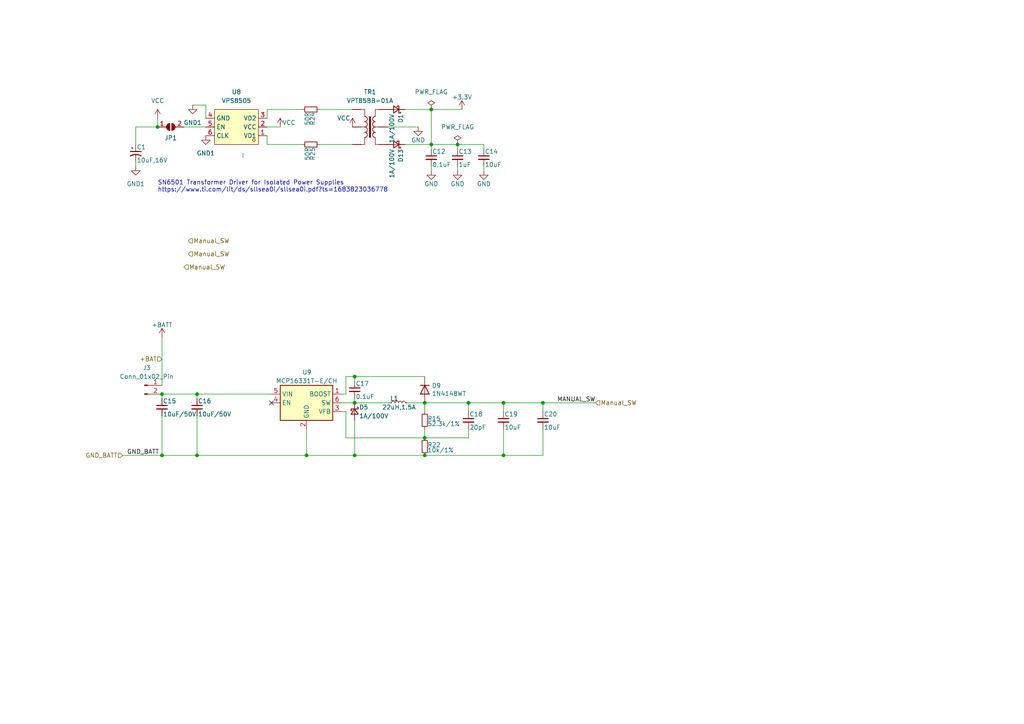
<source format=kicad_sch>
(kicad_sch (version 20231120) (generator "eeschema") (generator_version "8.0")
  (paper "A4")
  (lib_symbols
    (symbol "Connector:Conn_01x02_Pin" (pin_names (offset 1.016) hide)
      (property "Reference" "J" (at 0 2.54 0))
      (property "Value" "Conn_01x02_Pin" (at 0 -5.08 0))
      (symbol "Conn_01x02_Pin_1_1"
        (polyline (pts (xy 1.27 -2.54) (xy 0.8636 -2.54)) (stroke (width 0.1524)))
        (polyline (pts (xy 1.27 0) (xy 0.8636 0)) (stroke (width 0.1524)))
        (rectangle (start 0.8636 -2.413) (end 0 -2.667) (stroke (width 0.1524)) (fill (type outline)))
        (rectangle (start 0.8636 0.127) (end 0 -0.127) (stroke (width 0.1524)) (fill (type outline)))
        (pin passive line (at 5.08 0 180) (length 3.81) (name "Pin_1") (number "1"))
        (pin passive line (at 5.08 -2.54 180) (length 3.81) (name "Pin_2") (number "2"))
      )
    )
    (symbol "Device:C_Small" (pin_numbers hide) (pin_names (offset 0.254) hide)
      (property "Reference" "C" (at 0.254 1.778 0))
      (property "Value" "C_Small" (at 0.254 -2.032 0))
      (symbol "C_Small_0_1"
        (polyline (pts (xy -1.524 -0.508) (xy 1.524 -0.508)) (stroke (width 0.3302)))
        (polyline (pts (xy -1.524 0.508) (xy 1.524 0.508)) (stroke (width 0.3048)))
      )
      (symbol "C_Small_1_1"
        (pin passive line (at 0 2.54 270) (length 2.032) (name "~") (number "1"))
        (pin passive line (at 0 -2.54 90) (length 2.032) (name "~") (number "2"))
      )
    )
    (symbol "Device:D_Schottky_Small" (pin_numbers hide) (pin_names (offset 0.254) hide)
      (property "Reference" "D" (at -1.27 2.032 0))
      (property "Value" "Device_D_Schottky_Small" (at -7.112 -2.032 0))
      (symbol "D_Schottky_Small_0_1"
        (polyline (pts (xy -0.762 0) (xy 0.762 0)))
        (polyline (pts (xy 0.762 -1.016) (xy -0.762 0) (xy 0.762 1.016) (xy 0.762 -1.016)) (stroke (width 0.254)))
        (polyline (pts (xy -1.27 0.762) (xy -1.27 1.016) (xy -0.762 1.016) (xy -0.762 -1.016) (xy -0.254 -1.016) (xy -0.254 -0.762)) (stroke (width 0.254)))
      )
      (symbol "D_Schottky_Small_1_1"
        (pin passive line (at -2.54 0 0) (length 1.778) (name "K") (number "1"))
        (pin passive line (at 2.54 0 180) (length 1.778) (name "A") (number "2"))
      )
    )
    (symbol "Device:L_Small" (pin_numbers hide) (pin_names (offset 0.254) hide)
      (property "Reference" "L" (at 0.762 1.016 0))
      (property "Value" "Device_L_Small" (at 0.762 -1.016 0))
      (symbol "L_Small_0_1"
        (arc (start 0 -2.032) (mid 0.5058 -1.524) (end 0 -1.016))
        (arc (start 0 -1.016) (mid 0.5058 -0.508) (end 0 0))
        (arc (start 0 0) (mid 0.5058 0.508) (end 0 1.016))
        (arc (start 0 1.016) (mid 0.5058 1.524) (end 0 2.032))
      )
      (symbol "L_Small_1_1"
        (pin passive line (at 0 2.54 270) (length 0.508) (name "~") (number "1"))
        (pin passive line (at 0 -2.54 90) (length 0.508) (name "~") (number "2"))
      )
    )
    (symbol "Device:R_Small" (pin_numbers hide) (pin_names (offset 0.254) hide)
      (property "Reference" "R" (at 0.762 0.508 0))
      (property "Value" "R_Small" (at 0.762 -1.016 0))
      (symbol "R_Small_0_1"
        (rectangle (start -0.762 1.778) (end 0.762 -1.778) (stroke (width 0.2032)))
      )
      (symbol "R_Small_1_1"
        (pin passive line (at 0 2.54 270) (length 0.762) (name "~") (number "1"))
        (pin passive line (at 0 -2.54 90) (length 0.762) (name "~") (number "2"))
      )
    )
    (symbol "Diode:1N4148WT" (pin_numbers hide) (pin_names (offset 1.016) hide)
      (property "Reference" "D" (at 0 2.54 0))
      (property "Value" "Diode_1N4148WT" (at 0 -2.54 0))
      (symbol "1N4148WT_0_1"
        (polyline (pts (xy -1.27 1.27) (xy -1.27 -1.27)) (stroke (width 0.254)))
        (polyline (pts (xy 1.27 0) (xy -1.27 0)))
        (polyline (pts (xy 1.27 1.27) (xy 1.27 -1.27) (xy -1.27 0) (xy 1.27 1.27)) (stroke (width 0.254)))
      )
      (symbol "1N4148WT_1_1"
        (pin passive line (at -3.81 0 0) (length 2.54) (name "K") (number "1"))
        (pin passive line (at 3.81 0 180) (length 2.54) (name "A") (number "2"))
      )
    )
    (symbol "Jumper:SolderJumper_2_Open" (pin_names (offset 0) hide)
      (property "Reference" "JP" (at 0 2.032 0))
      (property "Value" "SolderJumper_2_Open" (at 0 -2.54 0))
      (symbol "SolderJumper_2_Open_0_1"
        (arc (start -0.254 1.016) (mid -1.2656 0) (end -0.254 -1.016))
        (arc (start -0.254 1.016) (mid -1.2656 0) (end -0.254 -1.016) (fill (type outline)))
        (polyline (pts (xy -0.254 1.016) (xy -0.254 -1.016)))
        (polyline (pts (xy 0.254 1.016) (xy 0.254 -1.016)))
        (arc (start 0.254 -1.016) (mid 1.2656 0) (end 0.254 1.016))
        (arc (start 0.254 -1.016) (mid 1.2656 0) (end 0.254 1.016) (fill (type outline)))
      )
      (symbol "SolderJumper_2_Open_1_1"
        (pin passive line (at -3.81 0 0) (length 2.54) (name "A") (number "1"))
        (pin passive line (at 3.81 0 180) (length 2.54) (name "B") (number "2"))
      )
    )
    (symbol "KXKM_ESP32_battery_management_board-rescue:CP1_Small-Device" (pin_numbers hide) (pin_names (offset 0.254) hide)
      (property "Reference" "C" (at 0.254 1.778 0))
      (property "Value" "CP1_Small-Device" (at 0.254 -2.032 0))
      (symbol "CP1_Small-Device_0_1"
        (polyline (pts (xy -1.524 0.508) (xy 1.524 0.508)) (stroke (width 0.3048)))
        (polyline (pts (xy -1.27 1.524) (xy -0.762 1.524)))
        (polyline (pts (xy -1.016 1.27) (xy -1.016 1.778)))
        (arc (start 1.524 -0.762) (mid 0 -0.3734) (end -1.524 -0.762) (stroke (width 0.3048)))
      )
      (symbol "CP1_Small-Device_1_1"
        (pin passive line (at 0 2.54 270) (length 2.032) (name "~") (number "1"))
        (pin passive line (at 0 -2.54 90) (length 2.032) (name "~") (number "2"))
      )
    )
    (symbol "Regulator_Switching:MCP16331CH"
      (property "Reference" "U" (at -7.874 6.35 0))
      (property "Value" "Regulator_Switching_MCP16331CH" (at -2.54 6.35 0))
      (symbol "MCP16331CH_0_1"
        (rectangle (start -7.62 5.08) (end 7.62 -5.08) (stroke (width 0.254)) (fill (type background)))
      )
      (symbol "MCP16331CH_1_1"
        (pin input line (at 10.16 2.54 180) (length 2.54) (name "BOOST") (number "1"))
        (pin power_in line (at 0 -7.62 90) (length 2.54) (name "GND") (number "2"))
        (pin input line (at 10.16 -2.54 180) (length 2.54) (name "VFB") (number "3"))
        (pin input line (at -10.16 0 0) (length 2.54) (name "EN") (number "4"))
        (pin power_in line (at -10.16 2.54 0) (length 2.54) (name "VIN") (number "5"))
        (pin output line (at 10.16 0 180) (length 2.54) (name "SW") (number "6"))
      )
    )
    (symbol "Transformer:TRANSF5" (pin_numbers hide) (pin_names (offset 0))
      (property "Reference" "TR" (at 0 6.35 0))
      (property "Value" "TRANSF5" (at 0 -6.35 0))
      (symbol "TRANSF5_0_1"
        (arc (start -1.524 -3.048) (mid -0.7653 -2.286) (end -1.524 -1.524) (stroke (width 0.2032)))
        (arc (start -1.524 -1.524) (mid -0.7653 -0.762) (end -1.524 0) (stroke (width 0.2032)))
        (arc (start -1.524 0) (mid -0.7653 0.762) (end -1.524 1.524) (stroke (width 0.2032)))
        (arc (start -1.524 1.524) (mid -0.7653 2.286) (end -1.524 3.048) (stroke (width 0.2032)))
        (rectangle (start -0.254 3.048) (end 0.254 -3.048) (stroke (width 0.0254)) (fill (type outline)))
        (polyline (pts (xy -1.524 0) (xy -2.54 0) (xy -2.54 0)) (fill (type outline)))
        (polyline (pts (xy 1.524 0) (xy 2.54 0) (xy 2.54 0)) (fill (type outline)))
        (polyline (pts (xy -2.54 5.08) (xy -1.524 5.08) (xy -1.524 3.048) (xy -1.524 3.048)) (stroke (width 0.1524)))
        (polyline (pts (xy -1.524 -3.048) (xy -1.524 -5.08) (xy -2.54 -5.08) (xy -2.54 -5.08)) (stroke (width 0.1524)))
        (polyline (pts (xy 1.524 3.048) (xy 1.524 5.08) (xy 2.54 5.08) (xy 2.54 5.08)) (stroke (width 0.1524)))
        (polyline (pts (xy 2.54 -5.08) (xy 1.524 -5.08) (xy 1.524 -3.048) (xy 1.524 -3.048)) (stroke (width 0.1524)))
        (arc (start 1.524 -1.524) (mid 0.7653 -2.286) (end 1.524 -3.048) (stroke (width 0.2032)))
        (arc (start 1.524 0) (mid 0.7653 -0.762) (end 1.524 -1.524) (stroke (width 0.2032)))
        (arc (start 1.524 1.524) (mid 0.7653 0.762) (end 1.524 0) (stroke (width 0.2032)))
        (arc (start 1.524 3.048) (mid 0.7653 2.286) (end 1.524 1.524) (stroke (width 0.2032)))
      )
      (symbol "TRANSF5_1_1"
        (pin passive line (at -5.08 5.08 0) (length 2.54) (name "~") (number "1"))
        (pin passive line (at -5.08 0 0) (length 2.54) (name "~") (number "2"))
        (pin passive line (at -5.08 -5.08 0) (length 2.54) (name "~") (number "3"))
        (pin passive line (at 5.08 -5.08 180) (length 2.54) (name "~") (number "4"))
        (pin passive line (at 5.08 0 180) (length 2.54) (name "~") (number "5"))
        (pin passive line (at 5.08 5.08 180) (length 2.54) (name "~") (number "6"))
      )
    )
    (symbol "easyeda2kicad:VPS8505"
      (property "Reference" "U" (at 0 7.62 0))
      (property "Value" "VPS8505" (at 0 -7.62 0))
      (symbol "VPS8505_0_1"
        (rectangle (start -6.35 5.08) (end 6.35 -5.08) (fill (type background)))
        (circle (center -5.08 3.81) (radius 0.38))
        (pin unspecified line (at -8.89 2.54 0) (length 2.54) (name "VD1") (number "1"))
        (pin unspecified line (at -8.89 0 0) (length 2.54) (name "VCC") (number "2"))
        (pin unspecified line (at -8.89 -2.54 0) (length 2.54) (name "VD2") (number "3"))
        (pin unspecified line (at 8.89 -2.54 180) (length 2.54) (name "GND") (number "4"))
        (pin unspecified line (at 8.89 0 180) (length 2.54) (name "EN") (number "5"))
        (pin unspecified line (at 8.89 2.54 180) (length 2.54) (name "CLK") (number "6"))
      )
    )
    (symbol "power:+3.3V" (power) (pin_names (offset 0))
      (property "Value" "+3.3V" (at 0 3.556 0))
      (symbol "+3.3V_0_1"
        (polyline (pts (xy -0.762 1.27) (xy 0 2.54)))
        (polyline (pts (xy 0 0) (xy 0 2.54)))
        (polyline (pts (xy 0 2.54) (xy 0.762 1.27)))
      )
      (symbol "+3.3V_1_1"
        (pin power_in line (at 0 0 90) (length 0) hide (name "+3.3V") (number "1"))
      )
    )
    (symbol "power:+BATT" (power) (pin_names (offset 0))
      (property "Value" "power_+BATT" (at 0 3.556 0))
      (symbol "+BATT_0_1"
        (polyline (pts (xy -0.762 1.27) (xy 0 2.54)))
        (polyline (pts (xy 0 0) (xy 0 2.54)))
        (polyline (pts (xy 0 2.54) (xy 0.762 1.27)))
      )
      (symbol "+BATT_1_1"
        (pin power_in line (at 0 0 90) (length 0) hide (name "+BATT") (number "1"))
      )
    )
    (symbol "power:GND" (power) (pin_names (offset 0))
      (property "Value" "GND" (at 0 -3.81 0))
      (symbol "GND_0_1"
        (polyline (pts (xy 0 0) (xy 0 -1.27) (xy 1.27 -1.27) (xy 0 -2.54) (xy -1.27 -1.27) (xy 0 -1.27)))
      )
      (symbol "GND_1_1"
        (pin power_in line (at 0 0 270) (length 0) hide (name "GND") (number "1"))
      )
    )
    (symbol "power:GND1" (power) (pin_names (offset 0))
      (property "Value" "GND1" (at 0 -3.81 0))
      (symbol "GND1_0_1"
        (polyline (pts (xy 0 0) (xy 0 -1.27) (xy 1.27 -1.27) (xy 0 -2.54) (xy -1.27 -1.27) (xy 0 -1.27)))
      )
      (symbol "GND1_1_1"
        (pin power_in line (at 0 0 270) (length 0) hide (name "GND1") (number "1"))
      )
    )
    (symbol "power:PWR_FLAG" (power) (pin_numbers hide) (pin_names (offset 0) hide)
      (property "Value" "PWR_FLAG" (at 0 3.81 0))
      (symbol "PWR_FLAG_0_0"
        (pin power_out line (at 0 0 90) (length 0) (name "~") (number "1"))
      )
      (symbol "PWR_FLAG_0_1"
        (polyline (pts (xy 0 0) (xy 0 1.27) (xy -1.016 1.905) (xy 0 2.54) (xy 1.016 1.905) (xy 0 1.27)))
      )
    )
    (symbol "power:VCC" (power) (pin_names (offset 0))
      (property "Value" "VCC" (at 0 3.81 0))
      (symbol "VCC_0_1"
        (polyline (pts (xy -0.762 1.27) (xy 0 2.54)))
        (polyline (pts (xy 0 0) (xy 0 2.54)))
        (polyline (pts (xy 0 2.54) (xy 0.762 1.27)))
      )
      (symbol "VCC_1_1"
        (pin power_in line (at 0 0 90) (length 0) hide (name "VCC") (number "1"))
      )
    )
  )
  (junction (at 157.48 116.84))
  (junction (at 102.87 109.22))
  (junction (at 57.15 132.08))
  (junction (at 123.19 116.84))
  (junction (at 125.095 31.75))
  (junction (at 123.19 127))
  (junction (at 146.05 132.08))
  (junction (at 125.095 41.91))
  (junction (at 146.05 116.84))
  (junction (at 132.715 41.91))
  (junction (at 46.99 132.08))
  (junction (at 123.19 132.08))
  (junction (at 57.15 114.3))
  (junction (at 46.99 114.3))
  (junction (at 45.72 36.83))
  (junction (at 102.87 132.08))
  (junction (at 102.87 116.84))
  (junction (at 88.9 132.08))
  (junction (at 135.89 116.84))
  (no_connect (at 78.74 116.84))
  (wire (pts (xy 157.48 124.46) (xy 157.48 132.08)))
  (wire (pts (xy 125.095 43.18) (xy 125.095 41.91)))
  (wire (pts (xy 39.37 36.83) (xy 39.37 41.91)))
  (wire (pts (xy 125.095 31.75) (xy 117.475 31.75)))
  (wire (pts (xy 102.87 109.22) (xy 102.87 110.49)))
  (wire (pts (xy 35.56 132.08) (xy 46.99 132.08)))
  (wire (pts (xy 123.19 116.84) (xy 123.19 119.38)))
  (wire (pts (xy 135.89 116.84) (xy 135.89 119.38)))
  (wire (pts (xy 46.99 114.3) (xy 57.15 114.3)))
  (wire (pts (xy 88.9 124.46) (xy 88.9 132.08)))
  (wire (pts (xy 57.15 114.3) (xy 57.15 115.57)))
  (wire (pts (xy 99.06 116.84) (xy 102.87 116.84)))
  (wire (pts (xy 140.335 41.91) (xy 132.715 41.91)))
  (wire (pts (xy 70.485 45.72) (xy 70.485 44.45)))
  (wire (pts (xy 125.095 48.26) (xy 125.095 49.53)))
  (wire (pts (xy 57.15 132.08) (xy 88.9 132.08)))
  (wire (pts (xy 100.33 114.3) (xy 100.33 109.22)))
  (wire (pts (xy 102.87 109.22) (xy 123.19 109.22)))
  (wire (pts (xy 100.33 119.38) (xy 100.33 127)))
  (wire (pts (xy 46.99 120.65) (xy 46.99 132.08)))
  (wire (pts (xy 146.05 116.84) (xy 146.05 119.38)))
  (wire (pts (xy 123.19 132.08) (xy 102.87 132.08)))
  (wire (pts (xy 132.715 41.91) (xy 125.095 41.91)))
  (wire (pts (xy 121.285 36.83) (xy 112.395 36.83)))
  (wire (pts (xy 102.87 116.84) (xy 113.03 116.84)))
  (wire (pts (xy 53.34 36.83) (xy 59.69 36.83)))
  (wire (pts (xy 77.47 31.75) (xy 77.47 34.29)))
  (wire (pts (xy 140.335 48.26) (xy 140.335 49.53)))
  (wire (pts (xy 59.69 30.48) (xy 59.69 34.29)))
  (wire (pts (xy 77.47 39.37) (xy 77.47 41.91)))
  (wire (pts (xy 146.05 132.08) (xy 157.48 132.08)))
  (wire (pts (xy 39.37 46.99) (xy 39.37 48.26)))
  (wire (pts (xy 102.235 31.75) (xy 92.71 31.75)))
  (wire (pts (xy 39.37 36.83) (xy 45.72 36.83)))
  (wire (pts (xy 77.47 36.83) (xy 81.28 36.83)))
  (wire (pts (xy 100.33 127) (xy 123.19 127)))
  (wire (pts (xy 146.05 124.46) (xy 146.05 132.08)))
  (wire (pts (xy 123.19 127) (xy 135.89 127)))
  (wire (pts (xy 132.715 43.18) (xy 132.715 41.91)))
  (wire (pts (xy 77.47 41.91) (xy 87.63 41.91)))
  (wire (pts (xy 57.15 132.08) (xy 46.99 132.08)))
  (wire (pts (xy 135.89 116.84) (xy 146.05 116.84)))
  (wire (pts (xy 57.15 120.65) (xy 57.15 132.08)))
  (wire (pts (xy 102.87 132.08) (xy 88.9 132.08)))
  (wire (pts (xy 146.05 116.84) (xy 157.48 116.84)))
  (wire (pts (xy 123.19 124.46) (xy 123.19 127)))
  (wire (pts (xy 157.48 116.84) (xy 157.48 119.38)))
  (wire (pts (xy 125.095 31.75) (xy 133.985 31.75)))
  (wire (pts (xy 99.06 119.38) (xy 100.33 119.38)))
  (wire (pts (xy 125.095 31.75) (xy 125.095 41.91)))
  (wire (pts (xy 102.87 116.84) (xy 102.87 115.57)))
  (wire (pts (xy 57.15 114.3) (xy 78.74 114.3)))
  (wire (pts (xy 99.06 114.3) (xy 100.33 114.3)))
  (wire (pts (xy 118.11 116.84) (xy 123.19 116.84)))
  (wire (pts (xy 135.89 127) (xy 135.89 124.46)))
  (wire (pts (xy 172.72 116.84) (xy 157.48 116.84)))
  (wire (pts (xy 87.63 31.75) (xy 77.47 31.75)))
  (wire (pts (xy 102.87 121.92) (xy 102.87 132.08)))
  (wire (pts (xy 102.235 41.91) (xy 92.71 41.91)))
  (wire (pts (xy 46.99 97.79) (xy 46.99 111.76)))
  (wire (pts (xy 125.095 41.91) (xy 117.475 41.91)))
  (wire (pts (xy 55.88 30.48) (xy 59.69 30.48)))
  (wire (pts (xy 45.72 34.29) (xy 45.72 36.83)))
  (wire (pts (xy 100.33 109.22) (xy 102.87 109.22)))
  (wire (pts (xy 123.19 132.08) (xy 146.05 132.08)))
  (wire (pts (xy 123.19 116.84) (xy 135.89 116.84)))
  (wire (pts (xy 46.99 114.3) (xy 46.99 115.57)))
  (wire (pts (xy 140.335 43.18) (xy 140.335 41.91)))
  (wire (pts (xy 132.715 48.26) (xy 132.715 49.53)))
  (text "SN6501 Transformer Driver for Isolated Power Supplies\nhttps://www.ti.com/lit/ds/sllsea0i/sllsea0i.pdf?ts=1683823036778" (at 45.72 55.88 0) (effects (font (size 1.27 1.27)) (justify left bottom)))
  (label "GND_BATT" (at 36.83 132.08 0))
  (label "MANUAL_SW" (at 172.72 116.84 180))
  (hierarchical_label "GND_BATT" (shape input) (at 35.56 132.08 180))
  (hierarchical_label "Manual_SW" (shape input) (at 54.61 69.85 0))
  (hierarchical_label "Manual_SW" (shape input) (at 172.72 116.84 0))
  (hierarchical_label "Manual_SW" (shape input) (at 54.61 73.66 0))
  (hierarchical_label "+BAT" (shape input) (at 46.99 104.14 180))
  (hierarchical_label "Manual_SW" (shape input) (at 53.34 77.47 0))
  (symbol (lib_id "Device:C_Small") (at 157.48 121.92 0) (unit 1)
    (property "Reference" "C20" (at 157.734 120.142 0) (effects (justify left)))
    (property "Value" "10uF" (at 157.734 123.952 0) (effects (justify left)))
    (property "Footprint" "Capacitor_SMD:C_0805_2012Metric" (effects (hide yes)))
  )
  (symbol (lib_id "Device:C_Small") (at 146.05 121.92 0) (unit 1)
    (property "Reference" "C19" (at 146.304 120.142 0) (effects (justify left)))
    (property "Value" "10uF" (at 146.304 123.952 0) (effects (justify left)))
    (property "Footprint" "Capacitor_SMD:C_0805_2012Metric" (effects (hide yes)))
  )
  (symbol (lib_id "Device:C_Small") (at 57.15 118.11 0) (unit 1)
    (property "Reference" "C16" (at 57.404 116.332 0) (effects (justify left)))
    (property "Value" "10uF/50V" (at 57.404 120.142 0) (effects (justify left)))
    (property "Footprint" "Capacitor_SMD:C_1206_3216Metric" (effects (hide yes)))
    (property "LCSC" "C13585" (effects (hide yes)))
  )
  (symbol (lib_id "power:VCC") (at 45.72 34.29 0) (unit 1)
    (property "Reference" "#PWR02" (effects (hide yes)))
    (property "Value" "VCC" (at 45.72 29.21 0))
  )
  (symbol (lib_id "power:VCC") (at 102.235 36.83 0) (unit 1)
    (property "Reference" "#PWR029" (effects (hide yes)))
    (property "Value" "VCC" (at 99.695 34.29 0))
  )
  (symbol (lib_id "power:GND") (at 121.285 36.83 0) (unit 1)
    (property "Reference" "#PWR030" (effects (hide yes)))
    (property "Value" "GND" (at 121.285 40.64 0))
  )
  (symbol (lib_id "Diode:1N4148WT") (at 123.19 113.03 270) (unit 1)
    (property "Reference" "D9" (at 125.222 111.8616 90) (effects (justify left)))
    (property "Value" "1N4148WT" (at 125.222 114.173 90) (effects (justify left)))
    (property "Footprint" "Diode_SMD:D_SOD-523" (effects (hide yes)))
    (property "Datasheet" "https://www.diodes.com/assets/Datasheets/ds30396.pdf" (effects (hide yes)))
    (property "LCSC" "C68948" (effects (hide yes)))
  )
  (symbol (lib_id "easyeda2kicad:VPS8505") (at 68.58 36.83 180) (unit 1)
    (property "Reference" "U8" (at 68.58 26.67 0))
    (property "Value" "VPS8505" (at 68.58 29.21 0))
    (property "Footprint" "easyeda2kicad:SOT-23-6_L2.9-W1.6-P0.95-LS2.8-BR" (effects (hide yes)))
    (property "LCSC Part" "C2986360" (effects (hide yes)))
  )
  (symbol (lib_id "KXKM_ESP32_battery_management_board-rescue:CP1_Small-Device") (at 39.37 44.45 0) (unit 1)
    (property "Reference" "C1" (at 39.624 42.672 0) (effects (justify left)))
    (property "Value" "10uF,16V" (at 39.624 46.482 0) (effects (justify left)))
    (property "Footprint" "Capacitor_SMD:CP_Elec_8x10" (effects (hide yes)))
  )
  (symbol (lib_id "Device:R_Small") (at 123.19 121.92 0) (unit 1)
    (property "Reference" "R15" (at 123.952 121.412 0) (effects (justify left)))
    (property "Value" "52.3k/1%" (at 123.952 122.936 0) (effects (justify left)))
    (property "Footprint" "Resistor_SMD:R_0603_1608Metric" (effects (hide yes)))
  )
  (symbol (lib_id "power:+BATT") (at 46.99 97.79 0) (unit 1)
    (property "Reference" "#PWR03" (effects (hide yes)))
    (property "Value" "+BATT" (at 46.99 94.234 0))
  )
  (symbol (lib_id "Device:C_Small") (at 125.095 45.72 0) (unit 1)
    (property "Reference" "C12" (at 125.349 43.942 0) (effects (justify left)))
    (property "Value" "0,1uF" (at 125.349 47.752 0) (effects (justify left)))
    (property "Footprint" "Capacitor_SMD:C_0805_2012Metric" (effects (hide yes)))
  )
  (symbol (lib_id "Device:C_Small") (at 140.335 45.72 0) (unit 1)
    (property "Reference" "C14" (at 140.589 43.942 0) (effects (justify left)))
    (property "Value" "10uF" (at 140.589 47.752 0) (effects (justify left)))
    (property "Footprint" "Capacitor_SMD:C_0805_2012Metric" (effects (hide yes)))
  )
  (symbol (lib_id "Transformer:TRANSF5") (at 107.315 36.83 0) (unit 1)
    (property "Reference" "TR1" (at 107.315 26.67 0))
    (property "Value" "VPT85BB-01A" (at 107.315 29.21 0))
    (property "Footprint" "Transformer_SMD:VP85BB-01A" (effects (hide yes)))
    (property "Datasheet" "https://datasheet.lcsc.com/lcsc/2109081530_VPSC-VPT85BB-01A_C2875071.pdf" (effects (hide yes)))
    (property "LCSC Part" "C2875071" (effects (hide yes)))
  )
  (symbol (lib_id "Device:D_Schottky_Small") (at 102.87 119.38 270) (unit 1)
    (property "Reference" "D5" (at 104.14 118.11 90) (effects (justify left)))
    (property "Value" "1A/100V" (at 104.14 120.65 90) (effects (justify left)))
    (property "Footprint" "Diode_SMD:D_SMA" (effects (hide yes)))
    (property "LCSC" "C14996" (effects (hide yes)))
  )
  (symbol (lib_id "Connector:Conn_01x02_Pin") (at 41.91 111.76 0) (unit 1)
    (property "Reference" "J3" (at 42.545 106.68 0))
    (property "Value" "Conn_01x02_Pin" (at 42.545 109.22 0))
    (property "Footprint" "Connector_PinHeader_1.00mm:PinHeader_1x02_P1.00mm_Vertical" (effects (hide yes)))
    (property "Description" "Generic connector, single row, 01x02, script generated" (effects (hide yes)))
  )
  (symbol (lib_id "power:GND1") (at 39.37 48.26 0) (unit 1)
    (property "Reference" "#PWR01" (effects (hide yes)))
    (property "Value" "GND1" (at 39.37 53.34 0))
  )
  (symbol (lib_id "Device:C_Small") (at 46.99 118.11 0) (unit 1)
    (property "Reference" "C15" (at 47.244 116.332 0) (effects (justify left)))
    (property "Value" "10uF/50V" (at 47.244 120.142 0) (effects (justify left)))
    (property "Footprint" "Capacitor_SMD:C_1206_3216Metric" (effects (hide yes)))
    (property "LCSC" "C13585" (effects (hide yes)))
  )
  (symbol (lib_id "power:+3.3V") (at 133.985 31.75 0) (unit 1)
    (property "Reference" "#PWR051" (effects (hide yes)))
    (property "Value" "+3.3V" (at 133.985 28.194 0))
  )
  (symbol (lib_id "Device:R_Small") (at 90.17 31.75 270) (unit 1)
    (property "Reference" "R24" (at 90.678 32.512 0) (effects (justify left)))
    (property "Value" "50R" (at 89.154 32.512 0) (effects (justify left)))
    (property "Footprint" "Resistor_SMD:R_0603_1608Metric" (effects (hide yes)))
  )
  (symbol (lib_id "power:PWR_FLAG") (at 125.095 31.75 0) (unit 1)
    (property "Reference" "#FLG01" (effects (hide yes)))
    (property "Value" "PWR_FLAG" (at 125.095 26.67 0))
    (property "Description" "Special symbol for telling ERC where power comes from" (effects (hide yes)))
  )
  (symbol (lib_id "power:GND") (at 140.335 49.53 0) (unit 1)
    (property "Reference" "#PWR054" (effects (hide yes)))
    (property "Value" "GND" (at 140.335 53.34 0))
  )
  (symbol (lib_id "Device:C_Small") (at 132.715 45.72 0) (unit 1)
    (property "Reference" "C13" (at 132.969 43.942 0) (effects (justify left)))
    (property "Value" "1uF" (at 132.969 47.752 0) (effects (justify left)))
    (property "Footprint" "Capacitor_SMD:C_0805_2012Metric" (effects (hide yes)))
  )
  (symbol (lib_id "power:VCC") (at 81.28 36.83 0) (unit 1)
    (property "Reference" "#PWR018" (effects (hide yes)))
    (property "Value" "VCC" (at 83.82 35.56 0))
  )
  (symbol (lib_id "power:GND") (at 132.715 49.53 0) (unit 1)
    (property "Reference" "#PWR043" (effects (hide yes)))
    (property "Value" "GND" (at 132.715 53.34 0))
  )
  (symbol (lib_id "Device:D_Schottky_Small") (at 114.935 41.91 180) (unit 1)
    (property "Reference" "D13" (at 116.205 43.18 90) (effects (justify left)))
    (property "Value" "1A/100V" (at 113.665 43.18 90) (effects (justify left)))
    (property "Footprint" "Diode_SMD:D_SMA" (effects (hide yes)))
  )
  (symbol (lib_id "Jumper:SolderJumper_2_Open") (at 49.53 36.83 0) (unit 1)
    (property "Reference" "JP1" (at 49.53 40.005 0))
    (property "Value" "SolderJumper_2_Open" (effects (hide yes)))
    (property "Footprint" "Jumper:SolderJumper-2_P1.3mm_Open_RoundedPad1.0x1.5mm" (effects (hide yes)))
  )
  (symbol (lib_id "power:PWR_FLAG") (at 132.715 41.91 0) (unit 1)
    (property "Reference" "#FLG02" (effects (hide yes)))
    (property "Value" "PWR_FLAG" (at 132.715 36.83 0))
    (property "Description" "Special symbol for telling ERC where power comes from" (effects (hide yes)))
  )
  (symbol (lib_id "Device:D_Schottky_Small") (at 114.935 31.75 180) (unit 1)
    (property "Reference" "D1" (at 116.205 33.02 90) (effects (justify left)))
    (property "Value" "1A/100V" (at 113.665 33.02 90) (effects (justify left)))
    (property "Footprint" "Diode_SMD:D_SMA" (effects (hide yes)))
  )
  (symbol (lib_id "Regulator_Switching:MCP16331CH") (at 88.9 116.84 0) (unit 1)
    (property "Reference" "U9" (at 87.63 107.95 0) (effects (justify left)))
    (property "Value" "MCP16331T-E/CH" (at 80.01 110.49 0) (effects (justify left)))
    (property "Footprint" "Package_TO_SOT_SMD:SOT-23-6" (effects (hide yes)))
    (property "LCSC" "C105695" (effects (hide yes)))
  )
  (symbol (lib_id "power:GND1") (at 59.69 39.37 0) (unit 1)
    (property "Reference" "#PWR017" (effects (hide yes)))
    (property "Value" "GND1" (at 59.69 44.45 0))
  )
  (symbol (lib_id "Device:R_Small") (at 90.17 41.91 270) (unit 1)
    (property "Reference" "R25" (at 90.678 42.672 0) (effects (justify left)))
    (property "Value" "50R" (at 89.154 42.672 0) (effects (justify left)))
    (property "Footprint" "Resistor_SMD:R_0603_1608Metric" (effects (hide yes)))
  )
  (symbol (lib_id "Device:C_Small") (at 102.87 113.03 0) (unit 1)
    (property "Reference" "C17" (at 103.124 111.252 0) (effects (justify left)))
    (property "Value" "0.1uF" (at 103.124 115.062 0) (effects (justify left)))
    (property "Footprint" "Capacitor_SMD:C_0603_1608Metric" (effects (hide yes)))
    (property "LCSC" "C14663" (effects (hide yes)))
  )
  (symbol (lib_id "Device:L_Small") (at 115.57 116.84 90) (unit 1)
    (property "Reference" "L1" (at 115.57 115.57 90) (effects (justify left)))
    (property "Value" "22uH,1.5A" (at 120.65 118.11 90) (effects (justify left)))
    (property "Footprint" "Inductor_SMD:L_Taiyo-Yuden_NR-50xx" (effects (hide yes)))
  )
  (symbol (lib_id "power:GND") (at 125.095 49.53 0) (unit 1)
    (property "Reference" "#PWR041" (effects (hide yes)))
    (property "Value" "GND" (at 125.095 53.34 0))
  )
  (symbol (lib_id "power:GND1") (at 55.88 30.48 0) (unit 1)
    (property "Reference" "#PWR04" (effects (hide yes)))
    (property "Value" "GND1" (at 55.88 35.56 0))
  )
  (symbol (lib_id "Device:C_Small") (at 135.89 121.92 0) (unit 1)
    (property "Reference" "C18" (at 136.144 120.142 0) (effects (justify left)))
    (property "Value" "20pF" (at 136.144 123.952 0) (effects (justify left)))
    (property "Footprint" "Capacitor_SMD:C_0603_1608Metric" (effects (hide yes)))
    (property "LCSC" "C1648" (effects (hide yes)))
  )
  (symbol (lib_id "Device:R_Small") (at 123.19 129.54 0) (unit 1)
    (property "Reference" "R22" (at 123.952 129.032 0) (effects (justify left)))
    (property "Value" "10k/1%" (at 123.952 130.556 0) (effects (justify left)))
    (property "Footprint" "Resistor_SMD:R_0603_1608Metric" (effects (hide yes)))
    (property "LCSC" "C25804" (effects (hide yes)))
  )
)
</source>
